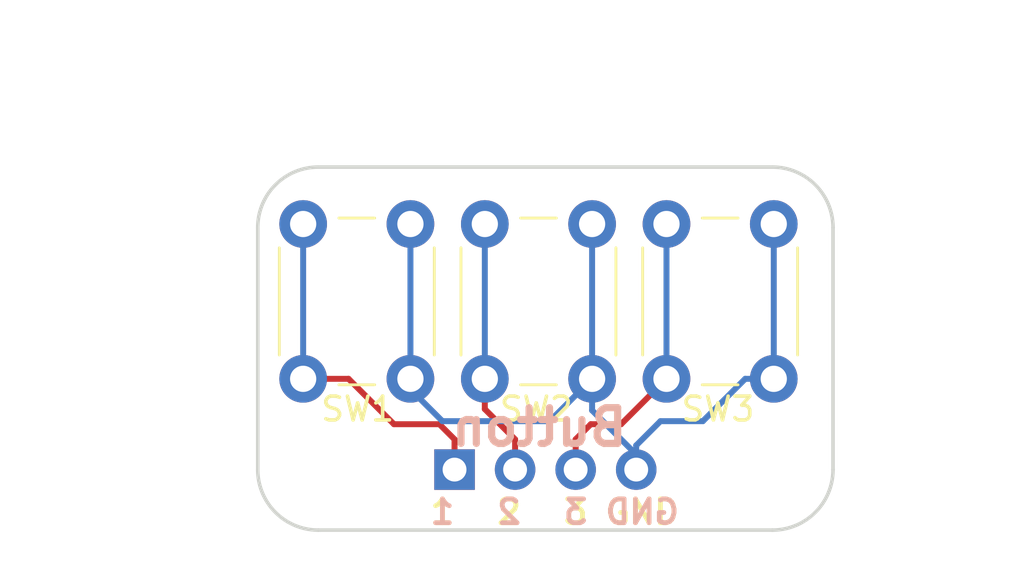
<source format=kicad_pcb>
(kicad_pcb (version 4) (host pcbnew 4.0.7)

  (general
    (links 12)
    (no_connects 0)
    (area 155.499999 102.794999 179.780001 118.185001)
    (thickness 1.6)
    (drawings 19)
    (tracks 32)
    (zones 0)
    (modules 9)
    (nets 5)
  )

  (page A4)
  (layers
    (0 F.Cu signal)
    (31 B.Cu signal)
    (32 B.Adhes user)
    (33 F.Adhes user)
    (34 B.Paste user)
    (35 F.Paste user)
    (36 B.SilkS user)
    (37 F.SilkS user)
    (38 B.Mask user)
    (39 F.Mask user)
    (40 Dwgs.User user)
    (41 Cmts.User user)
    (42 Eco1.User user)
    (43 Eco2.User user)
    (44 Edge.Cuts user)
    (45 Margin user)
    (46 B.CrtYd user)
    (47 F.CrtYd user)
    (48 B.Fab user)
    (49 F.Fab user)
  )

  (setup
    (last_trace_width 0.25)
    (user_trace_width 0.4064)
    (trace_clearance 0.2)
    (zone_clearance 0.508)
    (zone_45_only no)
    (trace_min 0.2)
    (segment_width 0.2)
    (edge_width 0.15)
    (via_size 0.6)
    (via_drill 0.4)
    (via_min_size 0.4)
    (via_min_drill 0.3)
    (uvia_size 0.3)
    (uvia_drill 0.1)
    (uvias_allowed no)
    (uvia_min_size 0.2)
    (uvia_min_drill 0.1)
    (pcb_text_width 0.3)
    (pcb_text_size 1.5 1.5)
    (mod_edge_width 0.15)
    (mod_text_size 1 1)
    (mod_text_width 0.15)
    (pad_size 3 3)
    (pad_drill 3)
    (pad_to_mask_clearance 0)
    (aux_axis_origin 0 0)
    (visible_elements 7FFFFFFF)
    (pcbplotparams
      (layerselection 0x010f0_80000001)
      (usegerberextensions true)
      (excludeedgelayer true)
      (linewidth 0.100000)
      (plotframeref false)
      (viasonmask false)
      (mode 1)
      (useauxorigin false)
      (hpglpennumber 1)
      (hpglpenspeed 20)
      (hpglpendiameter 15)
      (hpglpenoverlay 2)
      (psnegative false)
      (psa4output false)
      (plotreference true)
      (plotvalue true)
      (plotinvisibletext false)
      (padsonsilk false)
      (subtractmaskfromsilk false)
      (outputformat 1)
      (mirror false)
      (drillshape 0)
      (scaleselection 1)
      (outputdirectory gerbers))
  )

  (net 0 "")
  (net 1 "Net-(J1-Pad1)")
  (net 2 "Net-(J1-Pad2)")
  (net 3 "Net-(J1-Pad4)")
  (net 4 "Net-(J1-Pad3)")

  (net_class Default "This is the default net class."
    (clearance 0.2)
    (trace_width 0.25)
    (via_dia 0.6)
    (via_drill 0.4)
    (uvia_dia 0.3)
    (uvia_drill 0.1)
    (add_net "Net-(J1-Pad1)")
    (add_net "Net-(J1-Pad2)")
    (add_net "Net-(J1-Pad3)")
    (add_net "Net-(J1-Pad4)")
  )

  (module Wire_Pads:SolderWirePad_single_2mmDrill (layer F.Cu) (tedit 5CCE426A) (tstamp 5CCE42E1)
    (at 175.006 108.458)
    (fp_text reference REF** (at 0 -3.81) (layer F.SilkS) hide
      (effects (font (size 1 1) (thickness 0.15)))
    )
    (fp_text value SolderWirePad_single_2mmDrill (at -0.635 3.81) (layer F.Fab)
      (effects (font (size 1 1) (thickness 0.15)))
    )
    (pad "" np_thru_hole circle (at 0 0) (size 3 3) (drill 3) (layers *.Cu *.Mask))
  )

  (module Wire_Pads:SolderWirePad_single_2mmDrill (layer F.Cu) (tedit 5CCE426A) (tstamp 5CCE42CE)
    (at 167.386 108.458)
    (fp_text reference REF** (at 0 -3.81) (layer F.SilkS) hide
      (effects (font (size 1 1) (thickness 0.15)))
    )
    (fp_text value SolderWirePad_single_2mmDrill (at -0.635 3.81) (layer F.Fab)
      (effects (font (size 1 1) (thickness 0.15)))
    )
    (pad "" np_thru_hole circle (at 0 0) (size 3 3) (drill 3) (layers *.Cu *.Mask))
  )

  (module Wire_Pads:SolderWirePad_single_2mmDrill (layer F.Cu) (tedit 5CCE426A) (tstamp 5CCE427A)
    (at 159.766 108.458)
    (fp_text reference REF** (at 0 -3.81) (layer F.SilkS) hide
      (effects (font (size 1 1) (thickness 0.15)))
    )
    (fp_text value SolderWirePad_single_2mmDrill (at -0.635 3.81) (layer F.Fab)
      (effects (font (size 1 1) (thickness 0.15)))
    )
    (pad "" np_thru_hole circle (at 0 0) (size 3 3) (drill 3) (layers *.Cu *.Mask))
  )

  (module Pin_Headers:Pin_Header_Straight_1x04_Pitch2.54mm (layer F.Cu) (tedit 5CCE4066) (tstamp 5CCE3F65)
    (at 163.83 115.57 90)
    (descr "Through hole straight pin header, 1x04, 2.54mm pitch, single row")
    (tags "Through hole pin header THT 1x04 2.54mm single row")
    (path /5CCE3DD3)
    (fp_text reference J1 (at 0 -2.33 90) (layer F.SilkS) hide
      (effects (font (size 1 1) (thickness 0.15)))
    )
    (fp_text value Conn_01x04 (at 0 9.95 90) (layer F.Fab)
      (effects (font (size 1 1) (thickness 0.15)))
    )
    (fp_line (start -0.635 -1.27) (end 1.27 -1.27) (layer F.Fab) (width 0.1))
    (fp_line (start 1.27 -1.27) (end 1.27 8.89) (layer F.Fab) (width 0.1))
    (fp_line (start 1.27 8.89) (end -1.27 8.89) (layer F.Fab) (width 0.1))
    (fp_line (start -1.27 8.89) (end -1.27 -0.635) (layer F.Fab) (width 0.1))
    (fp_line (start -1.27 -0.635) (end -0.635 -1.27) (layer F.Fab) (width 0.1))
    (fp_line (start -1.8 -1.8) (end -1.8 9.4) (layer F.CrtYd) (width 0.05))
    (fp_line (start -1.8 9.4) (end 1.8 9.4) (layer F.CrtYd) (width 0.05))
    (fp_line (start 1.8 9.4) (end 1.8 -1.8) (layer F.CrtYd) (width 0.05))
    (fp_line (start 1.8 -1.8) (end -1.8 -1.8) (layer F.CrtYd) (width 0.05))
    (fp_text user %R (at 0 3.81 180) (layer F.Fab)
      (effects (font (size 1 1) (thickness 0.15)))
    )
    (pad 1 thru_hole rect (at 0 0 90) (size 1.7 1.7) (drill 1) (layers *.Cu *.Mask)
      (net 1 "Net-(J1-Pad1)"))
    (pad 2 thru_hole oval (at 0 2.54 90) (size 1.7 1.7) (drill 1) (layers *.Cu *.Mask)
      (net 2 "Net-(J1-Pad2)"))
    (pad 3 thru_hole oval (at 0 5.08 90) (size 1.7 1.7) (drill 1) (layers *.Cu *.Mask)
      (net 4 "Net-(J1-Pad3)"))
    (pad 4 thru_hole oval (at 0 7.62 90) (size 1.7 1.7) (drill 1) (layers *.Cu *.Mask)
      (net 3 "Net-(J1-Pad4)"))
    (model ${KISYS3DMOD}/Pin_Headers.3dshapes/Pin_Header_Straight_1x04_Pitch2.54mm.wrl
      (at (xyz 0 0 0))
      (scale (xyz 1 1 1))
      (rotate (xyz 0 0 0))
    )
  )

  (module Wire_Pads:SolderWirePad_single_2mmDrill (layer F.Cu) (tedit 5CCE426A) (tstamp 5CCE400E)
    (at 158.75 115.57)
    (fp_text reference REF** (at 0 -3.81) (layer F.SilkS) hide
      (effects (font (size 1 1) (thickness 0.15)))
    )
    (fp_text value SolderWirePad_single_2mmDrill (at -0.635 3.81) (layer F.Fab)
      (effects (font (size 1 1) (thickness 0.15)))
    )
    (pad "" np_thru_hole circle (at 0 0) (size 3 3) (drill 3) (layers *.Cu *.Mask))
  )

  (module Wire_Pads:SolderWirePad_single_2mmDrill (layer F.Cu) (tedit 5CCE425F) (tstamp 5CCE3FEF)
    (at 176.53 115.57)
    (fp_text reference REF** (at 0 -3.81) (layer F.SilkS) hide
      (effects (font (size 1 1) (thickness 0.15)))
    )
    (fp_text value SolderWirePad_single_2mmDrill (at -0.635 3.81) (layer F.Fab)
      (effects (font (size 1 1) (thickness 0.15)))
    )
    (pad "" np_thru_hole circle (at 0 0) (size 3 3) (drill 3) (layers *.Cu *.Mask))
  )

  (module Buttons_Switches_THT:SW_PUSH_6mm_h9.5mm (layer F.Cu) (tedit 5CCE42F9) (tstamp 5CAD08A9)
    (at 157.48 111.76 90)
    (descr "tactile push button, 6x6mm e.g. PHAP33xx series, height=9.5mm")
    (tags "tact sw push 6mm")
    (path /5CAD0858)
    (fp_text reference SW1 (at -1.27 2.286 180) (layer F.SilkS)
      (effects (font (size 1 1) (thickness 0.15)))
    )
    (fp_text value SW_Push (at 3.75 6.7 90) (layer F.Fab)
      (effects (font (size 1 1) (thickness 0.15)))
    )
    (fp_text user %R (at 3.25 2.25 90) (layer F.Fab)
      (effects (font (size 1 1) (thickness 0.15)))
    )
    (fp_line (start 3.25 -0.75) (end 6.25 -0.75) (layer F.Fab) (width 0.1))
    (fp_line (start 6.25 -0.75) (end 6.25 5.25) (layer F.Fab) (width 0.1))
    (fp_line (start 6.25 5.25) (end 0.25 5.25) (layer F.Fab) (width 0.1))
    (fp_line (start 0.25 5.25) (end 0.25 -0.75) (layer F.Fab) (width 0.1))
    (fp_line (start 0.25 -0.75) (end 3.25 -0.75) (layer F.Fab) (width 0.1))
    (fp_line (start 7.75 6) (end 8 6) (layer F.CrtYd) (width 0.05))
    (fp_line (start 8 6) (end 8 5.75) (layer F.CrtYd) (width 0.05))
    (fp_line (start 7.75 -1.5) (end 8 -1.5) (layer F.CrtYd) (width 0.05))
    (fp_line (start 8 -1.5) (end 8 -1.25) (layer F.CrtYd) (width 0.05))
    (fp_line (start -1.5 -1.25) (end -1.5 -1.5) (layer F.CrtYd) (width 0.05))
    (fp_line (start -1.5 -1.5) (end -1.25 -1.5) (layer F.CrtYd) (width 0.05))
    (fp_line (start -1.5 5.75) (end -1.5 6) (layer F.CrtYd) (width 0.05))
    (fp_line (start -1.5 6) (end -1.25 6) (layer F.CrtYd) (width 0.05))
    (fp_line (start -1.25 -1.5) (end 7.75 -1.5) (layer F.CrtYd) (width 0.05))
    (fp_line (start -1.5 5.75) (end -1.5 -1.25) (layer F.CrtYd) (width 0.05))
    (fp_line (start 7.75 6) (end -1.25 6) (layer F.CrtYd) (width 0.05))
    (fp_line (start 8 -1.25) (end 8 5.75) (layer F.CrtYd) (width 0.05))
    (fp_line (start 1 5.5) (end 5.5 5.5) (layer F.SilkS) (width 0.12))
    (fp_line (start -0.25 1.5) (end -0.25 3) (layer F.SilkS) (width 0.12))
    (fp_line (start 5.5 -1) (end 1 -1) (layer F.SilkS) (width 0.12))
    (fp_line (start 6.75 3) (end 6.75 1.5) (layer F.SilkS) (width 0.12))
    (fp_circle (center 3.25 2.25) (end 1.25 2.5) (layer F.Fab) (width 0.1))
    (pad 2 thru_hole circle (at 0 4.5 180) (size 2 2) (drill 1.1) (layers *.Cu *.Mask)
      (net 3 "Net-(J1-Pad4)"))
    (pad 1 thru_hole circle (at 0 0 180) (size 2 2) (drill 1.1) (layers *.Cu *.Mask)
      (net 1 "Net-(J1-Pad1)"))
    (pad 2 thru_hole circle (at 6.5 4.5 180) (size 2 2) (drill 1.1) (layers *.Cu *.Mask)
      (net 3 "Net-(J1-Pad4)"))
    (pad 1 thru_hole circle (at 6.5 0 180) (size 2 2) (drill 1.1) (layers *.Cu *.Mask)
      (net 1 "Net-(J1-Pad1)"))
    (model ${KISYS3DMOD}/Buttons_Switches_THT.3dshapes/SW_PUSH_6mm_h9.5mm.wrl
      (at (xyz 0.005 0 0))
      (scale (xyz 0.3937 0.3937 0.3937))
      (rotate (xyz 0 0 0))
    )
  )

  (module Buttons_Switches_THT:SW_PUSH_6mm_h9.5mm (layer F.Cu) (tedit 5CCE430A) (tstamp 5CCE3E2D)
    (at 165.1 111.76 90)
    (descr "tactile push button, 6x6mm e.g. PHAP33xx series, height=9.5mm")
    (tags "tact sw push 6mm")
    (path /5CCE3D79)
    (fp_text reference SW2 (at -1.27 2.159 180) (layer F.SilkS)
      (effects (font (size 1 1) (thickness 0.15)))
    )
    (fp_text value SW_Push (at 3.75 6.7 90) (layer F.Fab)
      (effects (font (size 1 1) (thickness 0.15)))
    )
    (fp_text user %R (at 3.25 2.25 90) (layer F.Fab)
      (effects (font (size 1 1) (thickness 0.15)))
    )
    (fp_line (start 3.25 -0.75) (end 6.25 -0.75) (layer F.Fab) (width 0.1))
    (fp_line (start 6.25 -0.75) (end 6.25 5.25) (layer F.Fab) (width 0.1))
    (fp_line (start 6.25 5.25) (end 0.25 5.25) (layer F.Fab) (width 0.1))
    (fp_line (start 0.25 5.25) (end 0.25 -0.75) (layer F.Fab) (width 0.1))
    (fp_line (start 0.25 -0.75) (end 3.25 -0.75) (layer F.Fab) (width 0.1))
    (fp_line (start 7.75 6) (end 8 6) (layer F.CrtYd) (width 0.05))
    (fp_line (start 8 6) (end 8 5.75) (layer F.CrtYd) (width 0.05))
    (fp_line (start 7.75 -1.5) (end 8 -1.5) (layer F.CrtYd) (width 0.05))
    (fp_line (start 8 -1.5) (end 8 -1.25) (layer F.CrtYd) (width 0.05))
    (fp_line (start -1.5 -1.25) (end -1.5 -1.5) (layer F.CrtYd) (width 0.05))
    (fp_line (start -1.5 -1.5) (end -1.25 -1.5) (layer F.CrtYd) (width 0.05))
    (fp_line (start -1.5 5.75) (end -1.5 6) (layer F.CrtYd) (width 0.05))
    (fp_line (start -1.5 6) (end -1.25 6) (layer F.CrtYd) (width 0.05))
    (fp_line (start -1.25 -1.5) (end 7.75 -1.5) (layer F.CrtYd) (width 0.05))
    (fp_line (start -1.5 5.75) (end -1.5 -1.25) (layer F.CrtYd) (width 0.05))
    (fp_line (start 7.75 6) (end -1.25 6) (layer F.CrtYd) (width 0.05))
    (fp_line (start 8 -1.25) (end 8 5.75) (layer F.CrtYd) (width 0.05))
    (fp_line (start 1 5.5) (end 5.5 5.5) (layer F.SilkS) (width 0.12))
    (fp_line (start -0.25 1.5) (end -0.25 3) (layer F.SilkS) (width 0.12))
    (fp_line (start 5.5 -1) (end 1 -1) (layer F.SilkS) (width 0.12))
    (fp_line (start 6.75 3) (end 6.75 1.5) (layer F.SilkS) (width 0.12))
    (fp_circle (center 3.25 2.25) (end 1.25 2.5) (layer F.Fab) (width 0.1))
    (pad 2 thru_hole circle (at 0 4.5 180) (size 2 2) (drill 1.1) (layers *.Cu *.Mask)
      (net 3 "Net-(J1-Pad4)"))
    (pad 1 thru_hole circle (at 0 0 180) (size 2 2) (drill 1.1) (layers *.Cu *.Mask)
      (net 2 "Net-(J1-Pad2)"))
    (pad 2 thru_hole circle (at 6.5 4.5 180) (size 2 2) (drill 1.1) (layers *.Cu *.Mask)
      (net 3 "Net-(J1-Pad4)"))
    (pad 1 thru_hole circle (at 6.5 0 180) (size 2 2) (drill 1.1) (layers *.Cu *.Mask)
      (net 2 "Net-(J1-Pad2)"))
    (model ${KISYS3DMOD}/Buttons_Switches_THT.3dshapes/SW_PUSH_6mm_h9.5mm.wrl
      (at (xyz 0.005 0 0))
      (scale (xyz 0.3937 0.3937 0.3937))
      (rotate (xyz 0 0 0))
    )
  )

  (module Buttons_Switches_THT:SW_PUSH_6mm_h9.5mm (layer F.Cu) (tedit 5CCE4318) (tstamp 5CCE3E4C)
    (at 172.72 111.76 90)
    (descr "tactile push button, 6x6mm e.g. PHAP33xx series, height=9.5mm")
    (tags "tact sw push 6mm")
    (path /5CCE3DA1)
    (fp_text reference SW3 (at -1.27 2.159 180) (layer F.SilkS)
      (effects (font (size 1 1) (thickness 0.15)))
    )
    (fp_text value SW_Push (at 3.75 6.7 90) (layer F.Fab)
      (effects (font (size 1 1) (thickness 0.15)))
    )
    (fp_text user %R (at 3.25 2.25 90) (layer F.Fab)
      (effects (font (size 1 1) (thickness 0.15)))
    )
    (fp_line (start 3.25 -0.75) (end 6.25 -0.75) (layer F.Fab) (width 0.1))
    (fp_line (start 6.25 -0.75) (end 6.25 5.25) (layer F.Fab) (width 0.1))
    (fp_line (start 6.25 5.25) (end 0.25 5.25) (layer F.Fab) (width 0.1))
    (fp_line (start 0.25 5.25) (end 0.25 -0.75) (layer F.Fab) (width 0.1))
    (fp_line (start 0.25 -0.75) (end 3.25 -0.75) (layer F.Fab) (width 0.1))
    (fp_line (start 7.75 6) (end 8 6) (layer F.CrtYd) (width 0.05))
    (fp_line (start 8 6) (end 8 5.75) (layer F.CrtYd) (width 0.05))
    (fp_line (start 7.75 -1.5) (end 8 -1.5) (layer F.CrtYd) (width 0.05))
    (fp_line (start 8 -1.5) (end 8 -1.25) (layer F.CrtYd) (width 0.05))
    (fp_line (start -1.5 -1.25) (end -1.5 -1.5) (layer F.CrtYd) (width 0.05))
    (fp_line (start -1.5 -1.5) (end -1.25 -1.5) (layer F.CrtYd) (width 0.05))
    (fp_line (start -1.5 5.75) (end -1.5 6) (layer F.CrtYd) (width 0.05))
    (fp_line (start -1.5 6) (end -1.25 6) (layer F.CrtYd) (width 0.05))
    (fp_line (start -1.25 -1.5) (end 7.75 -1.5) (layer F.CrtYd) (width 0.05))
    (fp_line (start -1.5 5.75) (end -1.5 -1.25) (layer F.CrtYd) (width 0.05))
    (fp_line (start 7.75 6) (end -1.25 6) (layer F.CrtYd) (width 0.05))
    (fp_line (start 8 -1.25) (end 8 5.75) (layer F.CrtYd) (width 0.05))
    (fp_line (start 1 5.5) (end 5.5 5.5) (layer F.SilkS) (width 0.12))
    (fp_line (start -0.25 1.5) (end -0.25 3) (layer F.SilkS) (width 0.12))
    (fp_line (start 5.5 -1) (end 1 -1) (layer F.SilkS) (width 0.12))
    (fp_line (start 6.75 3) (end 6.75 1.5) (layer F.SilkS) (width 0.12))
    (fp_circle (center 3.25 2.25) (end 1.25 2.5) (layer F.Fab) (width 0.1))
    (pad 2 thru_hole circle (at 0 4.5 180) (size 2 2) (drill 1.1) (layers *.Cu *.Mask)
      (net 3 "Net-(J1-Pad4)"))
    (pad 1 thru_hole circle (at 0 0 180) (size 2 2) (drill 1.1) (layers *.Cu *.Mask)
      (net 4 "Net-(J1-Pad3)"))
    (pad 2 thru_hole circle (at 6.5 4.5 180) (size 2 2) (drill 1.1) (layers *.Cu *.Mask)
      (net 3 "Net-(J1-Pad4)"))
    (pad 1 thru_hole circle (at 6.5 0 180) (size 2 2) (drill 1.1) (layers *.Cu *.Mask)
      (net 4 "Net-(J1-Pad3)"))
    (model ${KISYS3DMOD}/Buttons_Switches_THT.3dshapes/SW_PUSH_6mm_h9.5mm.wrl
      (at (xyz 0.005 0 0))
      (scale (xyz 0.3937 0.3937 0.3937))
      (rotate (xyz 0 0 0))
    )
  )

  (dimension 15.24 (width 0.3) (layer Dwgs.User)
    (gr_text "0.6000 in" (at 151.05 110.49 270) (layer Dwgs.User)
      (effects (font (size 1.5 1.5) (thickness 0.3)))
    )
    (feature1 (pts (xy 156.21 118.11) (xy 149.7 118.11)))
    (feature2 (pts (xy 156.21 102.87) (xy 149.7 102.87)))
    (crossbar (pts (xy 152.4 102.87) (xy 152.4 118.11)))
    (arrow1a (pts (xy 152.4 118.11) (xy 151.813579 116.983496)))
    (arrow1b (pts (xy 152.4 118.11) (xy 152.986421 116.983496)))
    (arrow2a (pts (xy 152.4 102.87) (xy 151.813579 103.996504)))
    (arrow2b (pts (xy 152.4 102.87) (xy 152.986421 103.996504)))
  )
  (gr_text GND (at 171.704 117.348) (layer B.SilkS)
    (effects (font (size 1 1) (thickness 0.2)) (justify mirror))
  )
  (gr_text 3 (at 168.91 117.348) (layer B.SilkS)
    (effects (font (size 1 1) (thickness 0.2)) (justify mirror))
  )
  (gr_text 2 (at 166.116 117.348) (layer B.SilkS)
    (effects (font (size 1 1) (thickness 0.2)) (justify mirror))
  )
  (gr_text 1 (at 163.322 117.348) (layer B.SilkS)
    (effects (font (size 1 1) (thickness 0.2)) (justify mirror))
  )
  (gr_text GND (at 171.704 117.348) (layer F.SilkS)
    (effects (font (size 1 1) (thickness 0.2)))
  )
  (gr_text 3 (at 168.91 117.348) (layer F.SilkS)
    (effects (font (size 1 1) (thickness 0.2)))
  )
  (gr_text 2 (at 166.116 117.348) (layer F.SilkS)
    (effects (font (size 1 1) (thickness 0.2)))
  )
  (gr_text 1 (at 163.322 117.348) (layer F.SilkS)
    (effects (font (size 1 1) (thickness 0.2)))
  )
  (gr_line (start 177.165 118.11) (end 158.115 118.11) (angle 90) (layer Edge.Cuts) (width 0.15))
  (gr_line (start 158.115 102.87) (end 177.165 102.87) (angle 90) (layer Edge.Cuts) (width 0.15))
  (gr_line (start 179.705 115.57) (end 179.705 105.41) (angle 90) (layer Edge.Cuts) (width 0.15))
  (gr_line (start 155.575 105.41) (end 155.575 115.57) (angle 90) (layer Edge.Cuts) (width 0.15))
  (dimension 25.4 (width 0.3) (layer Dwgs.User)
    (gr_text "1.0000 in" (at 167.64 99.06) (layer Dwgs.User)
      (effects (font (size 1.5 1.5) (thickness 0.3)))
    )
    (feature1 (pts (xy 180.34 101.6) (xy 180.34 99.06)))
    (feature2 (pts (xy 154.94 101.6) (xy 154.94 99.06)))
    (crossbar (pts (xy 154.94 99.06) (xy 180.34 99.06)))
    (arrow1a (pts (xy 180.34 99.06) (xy 179.213496 99.646421)))
    (arrow1b (pts (xy 180.34 99.06) (xy 179.213496 98.473579)))
    (arrow2a (pts (xy 154.94 99.06) (xy 156.066504 99.646421)))
    (arrow2b (pts (xy 154.94 99.06) (xy 156.066504 98.473579)))
  )
  (gr_text Button (at 167.386 113.792) (layer B.SilkS)
    (effects (font (size 1.5 1.5) (thickness 0.3)) (justify mirror))
  )
  (gr_arc (start 158.115 105.41) (end 155.575 105.41) (angle 90) (layer Edge.Cuts) (width 0.15))
  (gr_arc (start 158.115 115.57) (end 158.115 118.11) (angle 90) (layer Edge.Cuts) (width 0.15))
  (gr_arc (start 177.165 115.57) (end 179.705 115.57) (angle 90) (layer Edge.Cuts) (width 0.15))
  (gr_arc (start 177.165 105.41) (end 177.165 102.87) (angle 90) (layer Edge.Cuts) (width 0.15))

  (segment (start 157.48 111.76) (end 157.48 105.26) (width 0.25) (layer B.Cu) (net 1))
  (segment (start 163.83 115.57) (end 163.83 114.3) (width 0.25) (layer F.Cu) (net 1))
  (segment (start 159.385 111.76) (end 157.48 111.76) (width 0.25) (layer F.Cu) (net 1) (tstamp 5CCE4032))
  (segment (start 161.29 113.665) (end 159.385 111.76) (width 0.25) (layer F.Cu) (net 1) (tstamp 5CCE4030))
  (segment (start 163.195 113.665) (end 161.29 113.665) (width 0.25) (layer F.Cu) (net 1) (tstamp 5CCE402F))
  (segment (start 163.83 114.3) (end 163.195 113.665) (width 0.25) (layer F.Cu) (net 1) (tstamp 5CCE402E))
  (segment (start 165.1 111.76) (end 165.1 105.26) (width 0.25) (layer B.Cu) (net 2))
  (segment (start 165.1 111.76) (end 165.1 113.03) (width 0.25) (layer F.Cu) (net 2))
  (segment (start 166.37 114.3) (end 166.37 115.57) (width 0.25) (layer F.Cu) (net 2) (tstamp 5CCE4022))
  (segment (start 165.1 113.03) (end 166.37 114.3) (width 0.25) (layer F.Cu) (net 2) (tstamp 5CCE4020))
  (segment (start 177.22 111.76) (end 176.022 111.76) (width 0.25) (layer B.Cu) (net 3))
  (segment (start 171.45 114.554) (end 171.45 115.57) (width 0.25) (layer B.Cu) (net 3) (tstamp 5CCE41BC))
  (segment (start 172.466 113.538) (end 171.45 114.554) (width 0.25) (layer B.Cu) (net 3) (tstamp 5CCE41BA))
  (segment (start 174.244 113.538) (end 172.466 113.538) (width 0.25) (layer B.Cu) (net 3) (tstamp 5CCE41B8))
  (segment (start 176.022 111.76) (end 174.244 113.538) (width 0.25) (layer B.Cu) (net 3) (tstamp 5CCE41B6))
  (segment (start 161.98 111.76) (end 161.98 112.196) (width 0.25) (layer B.Cu) (net 3))
  (segment (start 161.98 112.196) (end 163.322 113.538) (width 0.25) (layer B.Cu) (net 3) (tstamp 5CCE41AF))
  (segment (start 167.822 113.538) (end 169.6 111.76) (width 0.25) (layer B.Cu) (net 3) (tstamp 5CCE41B2))
  (segment (start 163.322 113.538) (end 167.822 113.538) (width 0.25) (layer B.Cu) (net 3) (tstamp 5CCE41B0))
  (segment (start 177.22 111.76) (end 177.22 105.26) (width 0.25) (layer B.Cu) (net 3))
  (segment (start 169.6 111.76) (end 169.6 105.26) (width 0.25) (layer B.Cu) (net 3))
  (segment (start 161.98 111.76) (end 161.98 105.26) (width 0.25) (layer B.Cu) (net 3))
  (segment (start 169.6 111.76) (end 169.6 113.085) (width 0.25) (layer B.Cu) (net 3))
  (segment (start 169.6 113.085) (end 171.45 114.935) (width 0.25) (layer B.Cu) (net 3) (tstamp 5CCE4044))
  (segment (start 171.45 114.935) (end 171.45 115.57) (width 0.25) (layer B.Cu) (net 3) (tstamp 5CCE4046))
  (segment (start 177.165 111.76) (end 177.22 111.76) (width 0.25) (layer B.Cu) (net 3) (tstamp 5CCE4041))
  (segment (start 161.98 111.76) (end 161.98 111.07) (width 0.25) (layer B.Cu) (net 3))
  (segment (start 172.72 111.76) (end 172.72 105.26) (width 0.25) (layer B.Cu) (net 4))
  (segment (start 168.91 115.57) (end 168.91 114.3) (width 0.25) (layer F.Cu) (net 4))
  (segment (start 170.815 113.665) (end 172.72 111.76) (width 0.25) (layer F.Cu) (net 4) (tstamp 5CCE402A))
  (segment (start 169.545 113.665) (end 170.815 113.665) (width 0.25) (layer F.Cu) (net 4) (tstamp 5CCE4029))
  (segment (start 168.91 114.3) (end 169.545 113.665) (width 0.25) (layer F.Cu) (net 4) (tstamp 5CCE4028))

)

</source>
